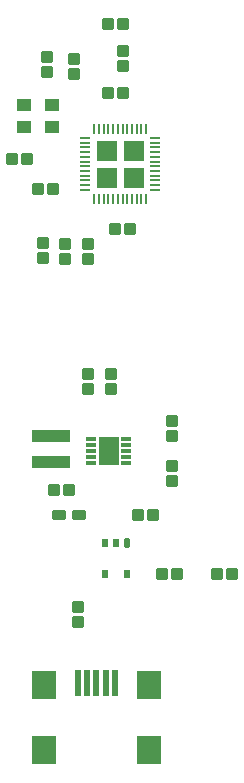
<source format=gbr>
%TF.GenerationSoftware,KiCad,Pcbnew,(5.99.0-10506-gb986797469)*%
%TF.CreationDate,2021-06-03T16:00:04+02:00*%
%TF.ProjectId,quadkey,71756164-6b65-4792-9e6b-696361645f70,rev?*%
%TF.SameCoordinates,Original*%
%TF.FileFunction,Paste,Top*%
%TF.FilePolarity,Positive*%
%FSLAX46Y46*%
G04 Gerber Fmt 4.6, Leading zero omitted, Abs format (unit mm)*
G04 Created by KiCad (PCBNEW (5.99.0-10506-gb986797469)) date 2021-06-03 16:00:04*
%MOMM*%
%LPD*%
G01*
G04 APERTURE LIST*
G04 Aperture macros list*
%AMRoundRect*
0 Rectangle with rounded corners*
0 $1 Rounding radius*
0 $2 $3 $4 $5 $6 $7 $8 $9 X,Y pos of 4 corners*
0 Add a 4 corners polygon primitive as box body*
4,1,4,$2,$3,$4,$5,$6,$7,$8,$9,$2,$3,0*
0 Add four circle primitives for the rounded corners*
1,1,$1+$1,$2,$3*
1,1,$1+$1,$4,$5*
1,1,$1+$1,$6,$7*
1,1,$1+$1,$8,$9*
0 Add four rect primitives between the rounded corners*
20,1,$1+$1,$2,$3,$4,$5,0*
20,1,$1+$1,$4,$5,$6,$7,0*
20,1,$1+$1,$6,$7,$8,$9,0*
20,1,$1+$1,$8,$9,$2,$3,0*%
G04 Aperture macros list end*
%ADD10C,0.010000*%
%ADD11RoundRect,0.250000X0.250000X0.300000X-0.250000X0.300000X-0.250000X-0.300000X0.250000X-0.300000X0*%
%ADD12R,0.482600X2.311400*%
%ADD13R,2.006600X2.489200*%
%ADD14R,1.210000X1.010000*%
%ADD15RoundRect,0.137500X-0.137500X-0.262500X0.137500X-0.262500X0.137500X0.262500X-0.137500X0.262500X0*%
%ADD16R,0.550000X0.800000*%
%ADD17RoundRect,0.250000X-0.300000X0.250000X-0.300000X-0.250000X0.300000X-0.250000X0.300000X0.250000X0*%
%ADD18RoundRect,0.250000X0.300000X-0.250000X0.300000X0.250000X-0.300000X0.250000X-0.300000X-0.250000X0*%
%ADD19RoundRect,0.250000X-0.250000X-0.300000X0.250000X-0.300000X0.250000X0.300000X-0.250000X0.300000X0*%
%ADD20R,0.220000X0.810000*%
%ADD21R,0.810000X0.220000*%
%ADD22R,0.812800X0.304800*%
%ADD23R,1.651000X2.387600*%
%ADD24RoundRect,0.212500X0.400000X0.212500X-0.400000X0.212500X-0.400000X-0.212500X0.400000X-0.212500X0*%
%ADD25R,3.200000X1.000000*%
G04 APERTURE END LIST*
D10*
%TO.C,U3*%
X98085000Y-68835000D02*
X98085000Y-67205000D01*
X98085000Y-67205000D02*
X99715000Y-67205000D01*
X99715000Y-67205000D02*
X99715000Y-68835000D01*
X99715000Y-68835000D02*
X98085000Y-68835000D01*
G36*
X99715000Y-68835000D02*
G01*
X98085000Y-68835000D01*
X98085000Y-67205000D01*
X99715000Y-67205000D01*
X99715000Y-68835000D01*
G37*
X99715000Y-68835000D02*
X98085000Y-68835000D01*
X98085000Y-67205000D01*
X99715000Y-67205000D01*
X99715000Y-68835000D01*
X98085000Y-66535000D02*
X98085000Y-64905000D01*
X98085000Y-64905000D02*
X99715000Y-64905000D01*
X99715000Y-64905000D02*
X99715000Y-66535000D01*
X99715000Y-66535000D02*
X98085000Y-66535000D01*
G36*
X99715000Y-66535000D02*
G01*
X98085000Y-66535000D01*
X98085000Y-64905000D01*
X99715000Y-64905000D01*
X99715000Y-66535000D01*
G37*
X99715000Y-66535000D02*
X98085000Y-66535000D01*
X98085000Y-64905000D01*
X99715000Y-64905000D01*
X99715000Y-66535000D01*
X100385000Y-68835000D02*
X100385000Y-67205000D01*
X100385000Y-67205000D02*
X102015000Y-67205000D01*
X102015000Y-67205000D02*
X102015000Y-68835000D01*
X102015000Y-68835000D02*
X100385000Y-68835000D01*
G36*
X102015000Y-68835000D02*
G01*
X100385000Y-68835000D01*
X100385000Y-67205000D01*
X102015000Y-67205000D01*
X102015000Y-68835000D01*
G37*
X102015000Y-68835000D02*
X100385000Y-68835000D01*
X100385000Y-67205000D01*
X102015000Y-67205000D01*
X102015000Y-68835000D01*
X100385000Y-66535000D02*
X100385000Y-64905000D01*
X100385000Y-64905000D02*
X102015000Y-64905000D01*
X102015000Y-64905000D02*
X102015000Y-66535000D01*
X102015000Y-66535000D02*
X100385000Y-66535000D01*
G36*
X102015000Y-66535000D02*
G01*
X100385000Y-66535000D01*
X100385000Y-64905000D01*
X102015000Y-64905000D01*
X102015000Y-66535000D01*
G37*
X102015000Y-66535000D02*
X100385000Y-66535000D01*
X100385000Y-64905000D01*
X102015000Y-64905000D01*
X102015000Y-66535000D01*
%TD*%
D11*
%TO.C,C12*%
X93860000Y-59090000D03*
X93860000Y-57820000D03*
%TD*%
D12*
%TO.C,con1*%
X96455200Y-110856500D03*
X97242600Y-110856500D03*
X98030000Y-110856500D03*
X98817400Y-110856500D03*
X99604800Y-110856500D03*
D13*
X102475000Y-110945400D03*
X102475000Y-116457200D03*
X93585000Y-116457200D03*
X93585000Y-110945400D03*
%TD*%
D11*
%TO.C,C3*%
X99255000Y-85895000D03*
X99255000Y-84625000D03*
%TD*%
D14*
%TO.C,Y1*%
X91880000Y-63700000D03*
X94240000Y-63700000D03*
X94240000Y-61840000D03*
X91880000Y-61840000D03*
%TD*%
D15*
%TO.C,U1*%
X100642500Y-98977500D03*
D16*
X99692500Y-98977500D03*
X98742500Y-98977500D03*
X98742500Y-101577500D03*
X100642500Y-101577500D03*
%TD*%
D11*
%TO.C,C4*%
X97345000Y-85895000D03*
X97345000Y-84625000D03*
%TD*%
D17*
%TO.C,R2*%
X102850000Y-96600000D03*
X101580000Y-96600000D03*
%TD*%
%TO.C,C1*%
X95745000Y-94445000D03*
X94475000Y-94445000D03*
%TD*%
D11*
%TO.C,C7*%
X97360000Y-74910000D03*
X97360000Y-73640000D03*
%TD*%
%TO.C,C2*%
X104405000Y-89915000D03*
X104405000Y-88645000D03*
%TD*%
D18*
%TO.C,C8*%
X93055000Y-69025000D03*
X94325000Y-69025000D03*
%TD*%
D19*
%TO.C,R1*%
X104400000Y-92430000D03*
X104400000Y-93700000D03*
%TD*%
D11*
%TO.C,R5*%
X100300000Y-58580000D03*
X100300000Y-57310000D03*
%TD*%
%TO.C,C6*%
X93530000Y-74860000D03*
X93530000Y-73590000D03*
%TD*%
D20*
%TO.C,U3*%
X97850000Y-69820000D03*
X98250000Y-69820000D03*
X98650000Y-69820000D03*
X99050000Y-69820000D03*
X99450000Y-69820000D03*
X99850000Y-69820000D03*
X100250000Y-69820000D03*
X100650000Y-69820000D03*
X101050000Y-69820000D03*
X101450000Y-69820000D03*
X101850000Y-69820000D03*
X102250000Y-69820000D03*
D21*
X103000000Y-69070000D03*
X103000000Y-68670000D03*
X103000000Y-68270000D03*
X103000000Y-67870000D03*
X103000000Y-67470000D03*
X103000000Y-67070000D03*
X103000000Y-66670000D03*
X103000000Y-66270000D03*
X103000000Y-65870000D03*
X103000000Y-65470000D03*
X103000000Y-65070000D03*
X103000000Y-64670000D03*
D20*
X102250000Y-63920000D03*
X101850000Y-63920000D03*
X101450000Y-63920000D03*
X101050000Y-63920000D03*
X100650000Y-63920000D03*
X100250000Y-63920000D03*
X99850000Y-63920000D03*
X99450000Y-63920000D03*
X99050000Y-63920000D03*
X98650000Y-63920000D03*
X98250000Y-63920000D03*
X97850000Y-63920000D03*
D21*
X97100000Y-64670000D03*
X97100000Y-65070000D03*
X97100000Y-65470000D03*
X97100000Y-65870000D03*
X97100000Y-66270000D03*
X97100000Y-66670000D03*
X97100000Y-67070000D03*
X97100000Y-67470000D03*
X97100000Y-67870000D03*
X97100000Y-68270000D03*
X97100000Y-68670000D03*
X97100000Y-69070000D03*
%TD*%
D19*
%TO.C,C9*%
X96135000Y-57985000D03*
X96135000Y-59255000D03*
%TD*%
D17*
%TO.C,R4*%
X109530000Y-101580000D03*
X108260000Y-101580000D03*
%TD*%
D22*
%TO.C,U2*%
X97606800Y-90189400D03*
X97606800Y-90672000D03*
X97606800Y-91180000D03*
X97606800Y-91688000D03*
X97606800Y-92170600D03*
X100553200Y-92170600D03*
X100553200Y-91688000D03*
X100553200Y-91180000D03*
X100553200Y-90672000D03*
X100553200Y-90189400D03*
D23*
X99080000Y-91180000D03*
%TD*%
D17*
%TO.C,C13*%
X92185000Y-66425000D03*
X90915000Y-66425000D03*
%TD*%
D18*
%TO.C,R3*%
X103580000Y-101580000D03*
X104850000Y-101580000D03*
%TD*%
D11*
%TO.C,L1*%
X96510000Y-105660000D03*
X96510000Y-104390000D03*
%TD*%
D17*
%TO.C,C10*%
X100875000Y-72375000D03*
X99605000Y-72375000D03*
%TD*%
D24*
%TO.C,D1*%
X96530000Y-96610000D03*
X94905000Y-96610000D03*
%TD*%
D17*
%TO.C,C11*%
X100280000Y-60840000D03*
X99010000Y-60840000D03*
%TD*%
%TO.C,C14*%
X100270000Y-55030000D03*
X99000000Y-55030000D03*
%TD*%
D25*
%TO.C,L2*%
X94170000Y-92100000D03*
X94170000Y-89900000D03*
%TD*%
D11*
%TO.C,C5*%
X95395000Y-74905000D03*
X95395000Y-73635000D03*
%TD*%
M02*

</source>
